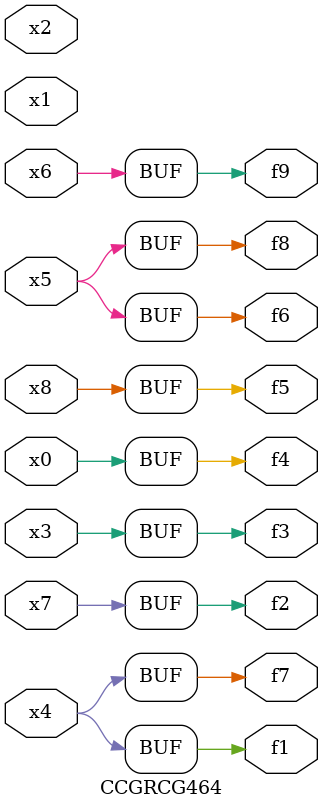
<source format=v>
module CCGRCG464(
	input x0, x1, x2, x3, x4, x5, x6, x7, x8,
	output f1, f2, f3, f4, f5, f6, f7, f8, f9
);
	assign f1 = x4;
	assign f2 = x7;
	assign f3 = x3;
	assign f4 = x0;
	assign f5 = x8;
	assign f6 = x5;
	assign f7 = x4;
	assign f8 = x5;
	assign f9 = x6;
endmodule

</source>
